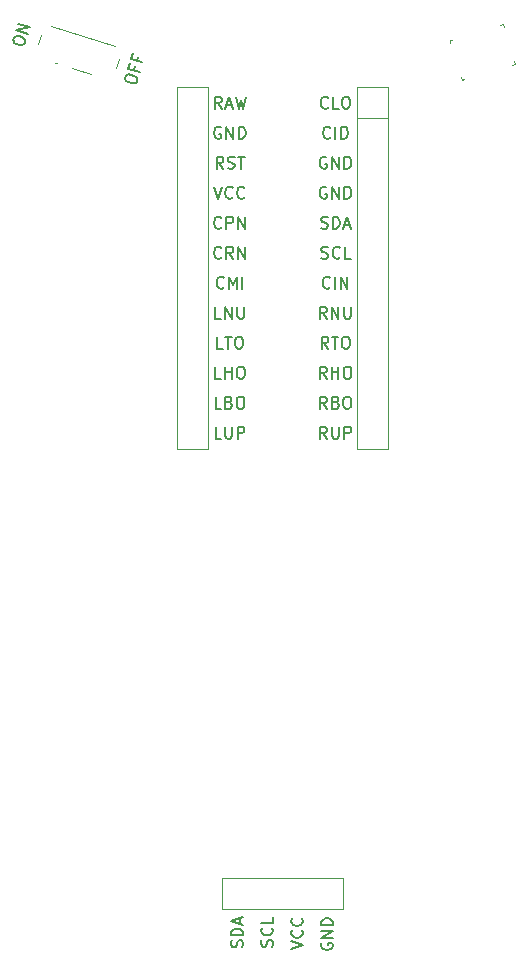
<source format=gbr>
%TF.GenerationSoftware,KiCad,Pcbnew,9.0.2-9.0.2-0~ubuntu24.04.1*%
%TF.CreationDate,2025-06-01T16:16:25+02:00*%
%TF.ProjectId,gandalf,67616e64-616c-4662-9e6b-696361645f70,v1.0.0*%
%TF.SameCoordinates,Original*%
%TF.FileFunction,Legend,Top*%
%TF.FilePolarity,Positive*%
%FSLAX46Y46*%
G04 Gerber Fmt 4.6, Leading zero omitted, Abs format (unit mm)*
G04 Created by KiCad (PCBNEW 9.0.2-9.0.2-0~ubuntu24.04.1) date 2025-06-01 16:16:25*
%MOMM*%
%LPD*%
G01*
G04 APERTURE LIST*
%ADD10C,0.150000*%
%ADD11C,0.120000*%
%ADD12C,0.100000*%
G04 APERTURE END LIST*
D10*
X197077791Y-82320814D02*
X196744458Y-81844623D01*
X196506363Y-82320814D02*
X196506363Y-81320814D01*
X196506363Y-81320814D02*
X196887315Y-81320814D01*
X196887315Y-81320814D02*
X196982553Y-81368433D01*
X196982553Y-81368433D02*
X197030172Y-81416052D01*
X197030172Y-81416052D02*
X197077791Y-81511290D01*
X197077791Y-81511290D02*
X197077791Y-81654147D01*
X197077791Y-81654147D02*
X197030172Y-81749385D01*
X197030172Y-81749385D02*
X196982553Y-81797004D01*
X196982553Y-81797004D02*
X196887315Y-81844623D01*
X196887315Y-81844623D02*
X196506363Y-81844623D01*
X197506363Y-81320814D02*
X197506363Y-82130337D01*
X197506363Y-82130337D02*
X197553982Y-82225575D01*
X197553982Y-82225575D02*
X197601601Y-82273195D01*
X197601601Y-82273195D02*
X197696839Y-82320814D01*
X197696839Y-82320814D02*
X197887315Y-82320814D01*
X197887315Y-82320814D02*
X197982553Y-82273195D01*
X197982553Y-82273195D02*
X198030172Y-82225575D01*
X198030172Y-82225575D02*
X198077791Y-82130337D01*
X198077791Y-82130337D02*
X198077791Y-81320814D01*
X198553982Y-82320814D02*
X198553982Y-81320814D01*
X198553982Y-81320814D02*
X198934934Y-81320814D01*
X198934934Y-81320814D02*
X199030172Y-81368433D01*
X199030172Y-81368433D02*
X199077791Y-81416052D01*
X199077791Y-81416052D02*
X199125410Y-81511290D01*
X199125410Y-81511290D02*
X199125410Y-81654147D01*
X199125410Y-81654147D02*
X199077791Y-81749385D01*
X199077791Y-81749385D02*
X199030172Y-81797004D01*
X199030172Y-81797004D02*
X198934934Y-81844623D01*
X198934934Y-81844623D02*
X198553982Y-81844623D01*
X188137791Y-82320814D02*
X187661601Y-82320814D01*
X187661601Y-82320814D02*
X187661601Y-81320814D01*
X188471125Y-81320814D02*
X188471125Y-82130337D01*
X188471125Y-82130337D02*
X188518744Y-82225575D01*
X188518744Y-82225575D02*
X188566363Y-82273195D01*
X188566363Y-82273195D02*
X188661601Y-82320814D01*
X188661601Y-82320814D02*
X188852077Y-82320814D01*
X188852077Y-82320814D02*
X188947315Y-82273195D01*
X188947315Y-82273195D02*
X188994934Y-82225575D01*
X188994934Y-82225575D02*
X189042553Y-82130337D01*
X189042553Y-82130337D02*
X189042553Y-81320814D01*
X189518744Y-82320814D02*
X189518744Y-81320814D01*
X189518744Y-81320814D02*
X189899696Y-81320814D01*
X189899696Y-81320814D02*
X189994934Y-81368433D01*
X189994934Y-81368433D02*
X190042553Y-81416052D01*
X190042553Y-81416052D02*
X190090172Y-81511290D01*
X190090172Y-81511290D02*
X190090172Y-81654147D01*
X190090172Y-81654147D02*
X190042553Y-81749385D01*
X190042553Y-81749385D02*
X189994934Y-81797004D01*
X189994934Y-81797004D02*
X189899696Y-81844623D01*
X189899696Y-81844623D02*
X189518744Y-81844623D01*
X197077791Y-79780814D02*
X196744458Y-79304623D01*
X196506363Y-79780814D02*
X196506363Y-78780814D01*
X196506363Y-78780814D02*
X196887315Y-78780814D01*
X196887315Y-78780814D02*
X196982553Y-78828433D01*
X196982553Y-78828433D02*
X197030172Y-78876052D01*
X197030172Y-78876052D02*
X197077791Y-78971290D01*
X197077791Y-78971290D02*
X197077791Y-79114147D01*
X197077791Y-79114147D02*
X197030172Y-79209385D01*
X197030172Y-79209385D02*
X196982553Y-79257004D01*
X196982553Y-79257004D02*
X196887315Y-79304623D01*
X196887315Y-79304623D02*
X196506363Y-79304623D01*
X197839696Y-79257004D02*
X197982553Y-79304623D01*
X197982553Y-79304623D02*
X198030172Y-79352242D01*
X198030172Y-79352242D02*
X198077791Y-79447480D01*
X198077791Y-79447480D02*
X198077791Y-79590337D01*
X198077791Y-79590337D02*
X198030172Y-79685575D01*
X198030172Y-79685575D02*
X197982553Y-79733195D01*
X197982553Y-79733195D02*
X197887315Y-79780814D01*
X197887315Y-79780814D02*
X197506363Y-79780814D01*
X197506363Y-79780814D02*
X197506363Y-78780814D01*
X197506363Y-78780814D02*
X197839696Y-78780814D01*
X197839696Y-78780814D02*
X197934934Y-78828433D01*
X197934934Y-78828433D02*
X197982553Y-78876052D01*
X197982553Y-78876052D02*
X198030172Y-78971290D01*
X198030172Y-78971290D02*
X198030172Y-79066528D01*
X198030172Y-79066528D02*
X197982553Y-79161766D01*
X197982553Y-79161766D02*
X197934934Y-79209385D01*
X197934934Y-79209385D02*
X197839696Y-79257004D01*
X197839696Y-79257004D02*
X197506363Y-79257004D01*
X198696839Y-78780814D02*
X198887315Y-78780814D01*
X198887315Y-78780814D02*
X198982553Y-78828433D01*
X198982553Y-78828433D02*
X199077791Y-78923671D01*
X199077791Y-78923671D02*
X199125410Y-79114147D01*
X199125410Y-79114147D02*
X199125410Y-79447480D01*
X199125410Y-79447480D02*
X199077791Y-79637956D01*
X199077791Y-79637956D02*
X198982553Y-79733195D01*
X198982553Y-79733195D02*
X198887315Y-79780814D01*
X198887315Y-79780814D02*
X198696839Y-79780814D01*
X198696839Y-79780814D02*
X198601601Y-79733195D01*
X198601601Y-79733195D02*
X198506363Y-79637956D01*
X198506363Y-79637956D02*
X198458744Y-79447480D01*
X198458744Y-79447480D02*
X198458744Y-79114147D01*
X198458744Y-79114147D02*
X198506363Y-78923671D01*
X198506363Y-78923671D02*
X198601601Y-78828433D01*
X198601601Y-78828433D02*
X198696839Y-78780814D01*
X188137791Y-79780814D02*
X187661601Y-79780814D01*
X187661601Y-79780814D02*
X187661601Y-78780814D01*
X188804458Y-79257004D02*
X188947315Y-79304623D01*
X188947315Y-79304623D02*
X188994934Y-79352242D01*
X188994934Y-79352242D02*
X189042553Y-79447480D01*
X189042553Y-79447480D02*
X189042553Y-79590337D01*
X189042553Y-79590337D02*
X188994934Y-79685575D01*
X188994934Y-79685575D02*
X188947315Y-79733195D01*
X188947315Y-79733195D02*
X188852077Y-79780814D01*
X188852077Y-79780814D02*
X188471125Y-79780814D01*
X188471125Y-79780814D02*
X188471125Y-78780814D01*
X188471125Y-78780814D02*
X188804458Y-78780814D01*
X188804458Y-78780814D02*
X188899696Y-78828433D01*
X188899696Y-78828433D02*
X188947315Y-78876052D01*
X188947315Y-78876052D02*
X188994934Y-78971290D01*
X188994934Y-78971290D02*
X188994934Y-79066528D01*
X188994934Y-79066528D02*
X188947315Y-79161766D01*
X188947315Y-79161766D02*
X188899696Y-79209385D01*
X188899696Y-79209385D02*
X188804458Y-79257004D01*
X188804458Y-79257004D02*
X188471125Y-79257004D01*
X189661601Y-78780814D02*
X189852077Y-78780814D01*
X189852077Y-78780814D02*
X189947315Y-78828433D01*
X189947315Y-78828433D02*
X190042553Y-78923671D01*
X190042553Y-78923671D02*
X190090172Y-79114147D01*
X190090172Y-79114147D02*
X190090172Y-79447480D01*
X190090172Y-79447480D02*
X190042553Y-79637956D01*
X190042553Y-79637956D02*
X189947315Y-79733195D01*
X189947315Y-79733195D02*
X189852077Y-79780814D01*
X189852077Y-79780814D02*
X189661601Y-79780814D01*
X189661601Y-79780814D02*
X189566363Y-79733195D01*
X189566363Y-79733195D02*
X189471125Y-79637956D01*
X189471125Y-79637956D02*
X189423506Y-79447480D01*
X189423506Y-79447480D02*
X189423506Y-79114147D01*
X189423506Y-79114147D02*
X189471125Y-78923671D01*
X189471125Y-78923671D02*
X189566363Y-78828433D01*
X189566363Y-78828433D02*
X189661601Y-78780814D01*
X197053981Y-77240814D02*
X196720648Y-76764623D01*
X196482553Y-77240814D02*
X196482553Y-76240814D01*
X196482553Y-76240814D02*
X196863505Y-76240814D01*
X196863505Y-76240814D02*
X196958743Y-76288433D01*
X196958743Y-76288433D02*
X197006362Y-76336052D01*
X197006362Y-76336052D02*
X197053981Y-76431290D01*
X197053981Y-76431290D02*
X197053981Y-76574147D01*
X197053981Y-76574147D02*
X197006362Y-76669385D01*
X197006362Y-76669385D02*
X196958743Y-76717004D01*
X196958743Y-76717004D02*
X196863505Y-76764623D01*
X196863505Y-76764623D02*
X196482553Y-76764623D01*
X197482553Y-77240814D02*
X197482553Y-76240814D01*
X197482553Y-76717004D02*
X198053981Y-76717004D01*
X198053981Y-77240814D02*
X198053981Y-76240814D01*
X198720648Y-76240814D02*
X198911124Y-76240814D01*
X198911124Y-76240814D02*
X199006362Y-76288433D01*
X199006362Y-76288433D02*
X199101600Y-76383671D01*
X199101600Y-76383671D02*
X199149219Y-76574147D01*
X199149219Y-76574147D02*
X199149219Y-76907480D01*
X199149219Y-76907480D02*
X199101600Y-77097956D01*
X199101600Y-77097956D02*
X199006362Y-77193195D01*
X199006362Y-77193195D02*
X198911124Y-77240814D01*
X198911124Y-77240814D02*
X198720648Y-77240814D01*
X198720648Y-77240814D02*
X198625410Y-77193195D01*
X198625410Y-77193195D02*
X198530172Y-77097956D01*
X198530172Y-77097956D02*
X198482553Y-76907480D01*
X198482553Y-76907480D02*
X198482553Y-76574147D01*
X198482553Y-76574147D02*
X198530172Y-76383671D01*
X198530172Y-76383671D02*
X198625410Y-76288433D01*
X198625410Y-76288433D02*
X198720648Y-76240814D01*
X188113981Y-77240814D02*
X187637791Y-77240814D01*
X187637791Y-77240814D02*
X187637791Y-76240814D01*
X188447315Y-77240814D02*
X188447315Y-76240814D01*
X188447315Y-76717004D02*
X189018743Y-76717004D01*
X189018743Y-77240814D02*
X189018743Y-76240814D01*
X189685410Y-76240814D02*
X189875886Y-76240814D01*
X189875886Y-76240814D02*
X189971124Y-76288433D01*
X189971124Y-76288433D02*
X190066362Y-76383671D01*
X190066362Y-76383671D02*
X190113981Y-76574147D01*
X190113981Y-76574147D02*
X190113981Y-76907480D01*
X190113981Y-76907480D02*
X190066362Y-77097956D01*
X190066362Y-77097956D02*
X189971124Y-77193195D01*
X189971124Y-77193195D02*
X189875886Y-77240814D01*
X189875886Y-77240814D02*
X189685410Y-77240814D01*
X189685410Y-77240814D02*
X189590172Y-77193195D01*
X189590172Y-77193195D02*
X189494934Y-77097956D01*
X189494934Y-77097956D02*
X189447315Y-76907480D01*
X189447315Y-76907480D02*
X189447315Y-76574147D01*
X189447315Y-76574147D02*
X189494934Y-76383671D01*
X189494934Y-76383671D02*
X189590172Y-76288433D01*
X189590172Y-76288433D02*
X189685410Y-76240814D01*
X197196838Y-74700815D02*
X196863505Y-74224624D01*
X196625410Y-74700815D02*
X196625410Y-73700815D01*
X196625410Y-73700815D02*
X197006362Y-73700815D01*
X197006362Y-73700815D02*
X197101600Y-73748434D01*
X197101600Y-73748434D02*
X197149219Y-73796053D01*
X197149219Y-73796053D02*
X197196838Y-73891291D01*
X197196838Y-73891291D02*
X197196838Y-74034148D01*
X197196838Y-74034148D02*
X197149219Y-74129386D01*
X197149219Y-74129386D02*
X197101600Y-74177005D01*
X197101600Y-74177005D02*
X197006362Y-74224624D01*
X197006362Y-74224624D02*
X196625410Y-74224624D01*
X197482553Y-73700815D02*
X198053981Y-73700815D01*
X197768267Y-74700815D02*
X197768267Y-73700815D01*
X198577791Y-73700815D02*
X198768267Y-73700815D01*
X198768267Y-73700815D02*
X198863505Y-73748434D01*
X198863505Y-73748434D02*
X198958743Y-73843672D01*
X198958743Y-73843672D02*
X199006362Y-74034148D01*
X199006362Y-74034148D02*
X199006362Y-74367481D01*
X199006362Y-74367481D02*
X198958743Y-74557957D01*
X198958743Y-74557957D02*
X198863505Y-74653196D01*
X198863505Y-74653196D02*
X198768267Y-74700815D01*
X198768267Y-74700815D02*
X198577791Y-74700815D01*
X198577791Y-74700815D02*
X198482553Y-74653196D01*
X198482553Y-74653196D02*
X198387315Y-74557957D01*
X198387315Y-74557957D02*
X198339696Y-74367481D01*
X198339696Y-74367481D02*
X198339696Y-74034148D01*
X198339696Y-74034148D02*
X198387315Y-73843672D01*
X198387315Y-73843672D02*
X198482553Y-73748434D01*
X198482553Y-73748434D02*
X198577791Y-73700815D01*
X188256837Y-74700814D02*
X187780647Y-74700814D01*
X187780647Y-74700814D02*
X187780647Y-73700814D01*
X188447314Y-73700814D02*
X189018742Y-73700814D01*
X188733028Y-74700814D02*
X188733028Y-73700814D01*
X189542552Y-73700814D02*
X189733028Y-73700814D01*
X189733028Y-73700814D02*
X189828266Y-73748433D01*
X189828266Y-73748433D02*
X189923504Y-73843671D01*
X189923504Y-73843671D02*
X189971123Y-74034147D01*
X189971123Y-74034147D02*
X189971123Y-74367480D01*
X189971123Y-74367480D02*
X189923504Y-74557956D01*
X189923504Y-74557956D02*
X189828266Y-74653195D01*
X189828266Y-74653195D02*
X189733028Y-74700814D01*
X189733028Y-74700814D02*
X189542552Y-74700814D01*
X189542552Y-74700814D02*
X189447314Y-74653195D01*
X189447314Y-74653195D02*
X189352076Y-74557956D01*
X189352076Y-74557956D02*
X189304457Y-74367480D01*
X189304457Y-74367480D02*
X189304457Y-74034147D01*
X189304457Y-74034147D02*
X189352076Y-73843671D01*
X189352076Y-73843671D02*
X189447314Y-73748433D01*
X189447314Y-73748433D02*
X189542552Y-73700814D01*
X197053981Y-72160814D02*
X196720648Y-71684623D01*
X196482553Y-72160814D02*
X196482553Y-71160814D01*
X196482553Y-71160814D02*
X196863505Y-71160814D01*
X196863505Y-71160814D02*
X196958743Y-71208433D01*
X196958743Y-71208433D02*
X197006362Y-71256052D01*
X197006362Y-71256052D02*
X197053981Y-71351290D01*
X197053981Y-71351290D02*
X197053981Y-71494147D01*
X197053981Y-71494147D02*
X197006362Y-71589385D01*
X197006362Y-71589385D02*
X196958743Y-71637004D01*
X196958743Y-71637004D02*
X196863505Y-71684623D01*
X196863505Y-71684623D02*
X196482553Y-71684623D01*
X197482553Y-72160814D02*
X197482553Y-71160814D01*
X197482553Y-71160814D02*
X198053981Y-72160814D01*
X198053981Y-72160814D02*
X198053981Y-71160814D01*
X198530172Y-71160814D02*
X198530172Y-71970337D01*
X198530172Y-71970337D02*
X198577791Y-72065575D01*
X198577791Y-72065575D02*
X198625410Y-72113195D01*
X198625410Y-72113195D02*
X198720648Y-72160814D01*
X198720648Y-72160814D02*
X198911124Y-72160814D01*
X198911124Y-72160814D02*
X199006362Y-72113195D01*
X199006362Y-72113195D02*
X199053981Y-72065575D01*
X199053981Y-72065575D02*
X199101600Y-71970337D01*
X199101600Y-71970337D02*
X199101600Y-71160814D01*
X188113982Y-72160814D02*
X187637792Y-72160814D01*
X187637792Y-72160814D02*
X187637792Y-71160814D01*
X188447316Y-72160814D02*
X188447316Y-71160814D01*
X188447316Y-71160814D02*
X189018744Y-72160814D01*
X189018744Y-72160814D02*
X189018744Y-71160814D01*
X189494935Y-71160814D02*
X189494935Y-71970337D01*
X189494935Y-71970337D02*
X189542554Y-72065575D01*
X189542554Y-72065575D02*
X189590173Y-72113195D01*
X189590173Y-72113195D02*
X189685411Y-72160814D01*
X189685411Y-72160814D02*
X189875887Y-72160814D01*
X189875887Y-72160814D02*
X189971125Y-72113195D01*
X189971125Y-72113195D02*
X190018744Y-72065575D01*
X190018744Y-72065575D02*
X190066363Y-71970337D01*
X190066363Y-71970337D02*
X190066363Y-71160814D01*
X197339696Y-69525575D02*
X197292077Y-69573195D01*
X197292077Y-69573195D02*
X197149220Y-69620814D01*
X197149220Y-69620814D02*
X197053982Y-69620814D01*
X197053982Y-69620814D02*
X196911125Y-69573195D01*
X196911125Y-69573195D02*
X196815887Y-69477956D01*
X196815887Y-69477956D02*
X196768268Y-69382718D01*
X196768268Y-69382718D02*
X196720649Y-69192242D01*
X196720649Y-69192242D02*
X196720649Y-69049385D01*
X196720649Y-69049385D02*
X196768268Y-68858909D01*
X196768268Y-68858909D02*
X196815887Y-68763671D01*
X196815887Y-68763671D02*
X196911125Y-68668433D01*
X196911125Y-68668433D02*
X197053982Y-68620814D01*
X197053982Y-68620814D02*
X197149220Y-68620814D01*
X197149220Y-68620814D02*
X197292077Y-68668433D01*
X197292077Y-68668433D02*
X197339696Y-68716052D01*
X197768268Y-69620814D02*
X197768268Y-68620814D01*
X198244458Y-69620814D02*
X198244458Y-68620814D01*
X198244458Y-68620814D02*
X198815886Y-69620814D01*
X198815886Y-69620814D02*
X198815886Y-68620814D01*
X188352077Y-69525575D02*
X188304458Y-69573195D01*
X188304458Y-69573195D02*
X188161601Y-69620814D01*
X188161601Y-69620814D02*
X188066363Y-69620814D01*
X188066363Y-69620814D02*
X187923506Y-69573195D01*
X187923506Y-69573195D02*
X187828268Y-69477956D01*
X187828268Y-69477956D02*
X187780649Y-69382718D01*
X187780649Y-69382718D02*
X187733030Y-69192242D01*
X187733030Y-69192242D02*
X187733030Y-69049385D01*
X187733030Y-69049385D02*
X187780649Y-68858909D01*
X187780649Y-68858909D02*
X187828268Y-68763671D01*
X187828268Y-68763671D02*
X187923506Y-68668433D01*
X187923506Y-68668433D02*
X188066363Y-68620814D01*
X188066363Y-68620814D02*
X188161601Y-68620814D01*
X188161601Y-68620814D02*
X188304458Y-68668433D01*
X188304458Y-68668433D02*
X188352077Y-68716052D01*
X188780649Y-69620814D02*
X188780649Y-68620814D01*
X188780649Y-68620814D02*
X189113982Y-69335099D01*
X189113982Y-69335099D02*
X189447315Y-68620814D01*
X189447315Y-68620814D02*
X189447315Y-69620814D01*
X189923506Y-69620814D02*
X189923506Y-68620814D01*
X196601601Y-67033195D02*
X196744458Y-67080814D01*
X196744458Y-67080814D02*
X196982553Y-67080814D01*
X196982553Y-67080814D02*
X197077791Y-67033195D01*
X197077791Y-67033195D02*
X197125410Y-66985575D01*
X197125410Y-66985575D02*
X197173029Y-66890337D01*
X197173029Y-66890337D02*
X197173029Y-66795099D01*
X197173029Y-66795099D02*
X197125410Y-66699861D01*
X197125410Y-66699861D02*
X197077791Y-66652242D01*
X197077791Y-66652242D02*
X196982553Y-66604623D01*
X196982553Y-66604623D02*
X196792077Y-66557004D01*
X196792077Y-66557004D02*
X196696839Y-66509385D01*
X196696839Y-66509385D02*
X196649220Y-66461766D01*
X196649220Y-66461766D02*
X196601601Y-66366528D01*
X196601601Y-66366528D02*
X196601601Y-66271290D01*
X196601601Y-66271290D02*
X196649220Y-66176052D01*
X196649220Y-66176052D02*
X196696839Y-66128433D01*
X196696839Y-66128433D02*
X196792077Y-66080814D01*
X196792077Y-66080814D02*
X197030172Y-66080814D01*
X197030172Y-66080814D02*
X197173029Y-66128433D01*
X198173029Y-66985575D02*
X198125410Y-67033195D01*
X198125410Y-67033195D02*
X197982553Y-67080814D01*
X197982553Y-67080814D02*
X197887315Y-67080814D01*
X197887315Y-67080814D02*
X197744458Y-67033195D01*
X197744458Y-67033195D02*
X197649220Y-66937956D01*
X197649220Y-66937956D02*
X197601601Y-66842718D01*
X197601601Y-66842718D02*
X197553982Y-66652242D01*
X197553982Y-66652242D02*
X197553982Y-66509385D01*
X197553982Y-66509385D02*
X197601601Y-66318909D01*
X197601601Y-66318909D02*
X197649220Y-66223671D01*
X197649220Y-66223671D02*
X197744458Y-66128433D01*
X197744458Y-66128433D02*
X197887315Y-66080814D01*
X197887315Y-66080814D02*
X197982553Y-66080814D01*
X197982553Y-66080814D02*
X198125410Y-66128433D01*
X198125410Y-66128433D02*
X198173029Y-66176052D01*
X199077791Y-67080814D02*
X198601601Y-67080814D01*
X198601601Y-67080814D02*
X198601601Y-66080814D01*
X188137791Y-66985575D02*
X188090172Y-67033195D01*
X188090172Y-67033195D02*
X187947315Y-67080814D01*
X187947315Y-67080814D02*
X187852077Y-67080814D01*
X187852077Y-67080814D02*
X187709220Y-67033195D01*
X187709220Y-67033195D02*
X187613982Y-66937956D01*
X187613982Y-66937956D02*
X187566363Y-66842718D01*
X187566363Y-66842718D02*
X187518744Y-66652242D01*
X187518744Y-66652242D02*
X187518744Y-66509385D01*
X187518744Y-66509385D02*
X187566363Y-66318909D01*
X187566363Y-66318909D02*
X187613982Y-66223671D01*
X187613982Y-66223671D02*
X187709220Y-66128433D01*
X187709220Y-66128433D02*
X187852077Y-66080814D01*
X187852077Y-66080814D02*
X187947315Y-66080814D01*
X187947315Y-66080814D02*
X188090172Y-66128433D01*
X188090172Y-66128433D02*
X188137791Y-66176052D01*
X189137791Y-67080814D02*
X188804458Y-66604623D01*
X188566363Y-67080814D02*
X188566363Y-66080814D01*
X188566363Y-66080814D02*
X188947315Y-66080814D01*
X188947315Y-66080814D02*
X189042553Y-66128433D01*
X189042553Y-66128433D02*
X189090172Y-66176052D01*
X189090172Y-66176052D02*
X189137791Y-66271290D01*
X189137791Y-66271290D02*
X189137791Y-66414147D01*
X189137791Y-66414147D02*
X189090172Y-66509385D01*
X189090172Y-66509385D02*
X189042553Y-66557004D01*
X189042553Y-66557004D02*
X188947315Y-66604623D01*
X188947315Y-66604623D02*
X188566363Y-66604623D01*
X189566363Y-67080814D02*
X189566363Y-66080814D01*
X189566363Y-66080814D02*
X190137791Y-67080814D01*
X190137791Y-67080814D02*
X190137791Y-66080814D01*
X196577791Y-64493195D02*
X196720648Y-64540814D01*
X196720648Y-64540814D02*
X196958743Y-64540814D01*
X196958743Y-64540814D02*
X197053981Y-64493195D01*
X197053981Y-64493195D02*
X197101600Y-64445575D01*
X197101600Y-64445575D02*
X197149219Y-64350337D01*
X197149219Y-64350337D02*
X197149219Y-64255099D01*
X197149219Y-64255099D02*
X197101600Y-64159861D01*
X197101600Y-64159861D02*
X197053981Y-64112242D01*
X197053981Y-64112242D02*
X196958743Y-64064623D01*
X196958743Y-64064623D02*
X196768267Y-64017004D01*
X196768267Y-64017004D02*
X196673029Y-63969385D01*
X196673029Y-63969385D02*
X196625410Y-63921766D01*
X196625410Y-63921766D02*
X196577791Y-63826528D01*
X196577791Y-63826528D02*
X196577791Y-63731290D01*
X196577791Y-63731290D02*
X196625410Y-63636052D01*
X196625410Y-63636052D02*
X196673029Y-63588433D01*
X196673029Y-63588433D02*
X196768267Y-63540814D01*
X196768267Y-63540814D02*
X197006362Y-63540814D01*
X197006362Y-63540814D02*
X197149219Y-63588433D01*
X197577791Y-64540814D02*
X197577791Y-63540814D01*
X197577791Y-63540814D02*
X197815886Y-63540814D01*
X197815886Y-63540814D02*
X197958743Y-63588433D01*
X197958743Y-63588433D02*
X198053981Y-63683671D01*
X198053981Y-63683671D02*
X198101600Y-63778909D01*
X198101600Y-63778909D02*
X198149219Y-63969385D01*
X198149219Y-63969385D02*
X198149219Y-64112242D01*
X198149219Y-64112242D02*
X198101600Y-64302718D01*
X198101600Y-64302718D02*
X198053981Y-64397956D01*
X198053981Y-64397956D02*
X197958743Y-64493195D01*
X197958743Y-64493195D02*
X197815886Y-64540814D01*
X197815886Y-64540814D02*
X197577791Y-64540814D01*
X198530172Y-64255099D02*
X199006362Y-64255099D01*
X198434934Y-64540814D02*
X198768267Y-63540814D01*
X198768267Y-63540814D02*
X199101600Y-64540814D01*
X188137791Y-64445575D02*
X188090172Y-64493195D01*
X188090172Y-64493195D02*
X187947315Y-64540814D01*
X187947315Y-64540814D02*
X187852077Y-64540814D01*
X187852077Y-64540814D02*
X187709220Y-64493195D01*
X187709220Y-64493195D02*
X187613982Y-64397956D01*
X187613982Y-64397956D02*
X187566363Y-64302718D01*
X187566363Y-64302718D02*
X187518744Y-64112242D01*
X187518744Y-64112242D02*
X187518744Y-63969385D01*
X187518744Y-63969385D02*
X187566363Y-63778909D01*
X187566363Y-63778909D02*
X187613982Y-63683671D01*
X187613982Y-63683671D02*
X187709220Y-63588433D01*
X187709220Y-63588433D02*
X187852077Y-63540814D01*
X187852077Y-63540814D02*
X187947315Y-63540814D01*
X187947315Y-63540814D02*
X188090172Y-63588433D01*
X188090172Y-63588433D02*
X188137791Y-63636052D01*
X188566363Y-64540814D02*
X188566363Y-63540814D01*
X188566363Y-63540814D02*
X188947315Y-63540814D01*
X188947315Y-63540814D02*
X189042553Y-63588433D01*
X189042553Y-63588433D02*
X189090172Y-63636052D01*
X189090172Y-63636052D02*
X189137791Y-63731290D01*
X189137791Y-63731290D02*
X189137791Y-63874147D01*
X189137791Y-63874147D02*
X189090172Y-63969385D01*
X189090172Y-63969385D02*
X189042553Y-64017004D01*
X189042553Y-64017004D02*
X188947315Y-64064623D01*
X188947315Y-64064623D02*
X188566363Y-64064623D01*
X189566363Y-64540814D02*
X189566363Y-63540814D01*
X189566363Y-63540814D02*
X190137791Y-64540814D01*
X190137791Y-64540814D02*
X190137791Y-63540814D01*
X197030171Y-61048433D02*
X196934933Y-61000814D01*
X196934933Y-61000814D02*
X196792076Y-61000814D01*
X196792076Y-61000814D02*
X196649219Y-61048433D01*
X196649219Y-61048433D02*
X196553981Y-61143671D01*
X196553981Y-61143671D02*
X196506362Y-61238909D01*
X196506362Y-61238909D02*
X196458743Y-61429385D01*
X196458743Y-61429385D02*
X196458743Y-61572242D01*
X196458743Y-61572242D02*
X196506362Y-61762718D01*
X196506362Y-61762718D02*
X196553981Y-61857956D01*
X196553981Y-61857956D02*
X196649219Y-61953195D01*
X196649219Y-61953195D02*
X196792076Y-62000814D01*
X196792076Y-62000814D02*
X196887314Y-62000814D01*
X196887314Y-62000814D02*
X197030171Y-61953195D01*
X197030171Y-61953195D02*
X197077790Y-61905575D01*
X197077790Y-61905575D02*
X197077790Y-61572242D01*
X197077790Y-61572242D02*
X196887314Y-61572242D01*
X197506362Y-62000814D02*
X197506362Y-61000814D01*
X197506362Y-61000814D02*
X198077790Y-62000814D01*
X198077790Y-62000814D02*
X198077790Y-61000814D01*
X198553981Y-62000814D02*
X198553981Y-61000814D01*
X198553981Y-61000814D02*
X198792076Y-61000814D01*
X198792076Y-61000814D02*
X198934933Y-61048433D01*
X198934933Y-61048433D02*
X199030171Y-61143671D01*
X199030171Y-61143671D02*
X199077790Y-61238909D01*
X199077790Y-61238909D02*
X199125409Y-61429385D01*
X199125409Y-61429385D02*
X199125409Y-61572242D01*
X199125409Y-61572242D02*
X199077790Y-61762718D01*
X199077790Y-61762718D02*
X199030171Y-61857956D01*
X199030171Y-61857956D02*
X198934933Y-61953195D01*
X198934933Y-61953195D02*
X198792076Y-62000814D01*
X198792076Y-62000814D02*
X198553981Y-62000814D01*
X187518744Y-61000814D02*
X187852077Y-62000814D01*
X187852077Y-62000814D02*
X188185410Y-61000814D01*
X189090172Y-61905575D02*
X189042553Y-61953195D01*
X189042553Y-61953195D02*
X188899696Y-62000814D01*
X188899696Y-62000814D02*
X188804458Y-62000814D01*
X188804458Y-62000814D02*
X188661601Y-61953195D01*
X188661601Y-61953195D02*
X188566363Y-61857956D01*
X188566363Y-61857956D02*
X188518744Y-61762718D01*
X188518744Y-61762718D02*
X188471125Y-61572242D01*
X188471125Y-61572242D02*
X188471125Y-61429385D01*
X188471125Y-61429385D02*
X188518744Y-61238909D01*
X188518744Y-61238909D02*
X188566363Y-61143671D01*
X188566363Y-61143671D02*
X188661601Y-61048433D01*
X188661601Y-61048433D02*
X188804458Y-61000814D01*
X188804458Y-61000814D02*
X188899696Y-61000814D01*
X188899696Y-61000814D02*
X189042553Y-61048433D01*
X189042553Y-61048433D02*
X189090172Y-61096052D01*
X190090172Y-61905575D02*
X190042553Y-61953195D01*
X190042553Y-61953195D02*
X189899696Y-62000814D01*
X189899696Y-62000814D02*
X189804458Y-62000814D01*
X189804458Y-62000814D02*
X189661601Y-61953195D01*
X189661601Y-61953195D02*
X189566363Y-61857956D01*
X189566363Y-61857956D02*
X189518744Y-61762718D01*
X189518744Y-61762718D02*
X189471125Y-61572242D01*
X189471125Y-61572242D02*
X189471125Y-61429385D01*
X189471125Y-61429385D02*
X189518744Y-61238909D01*
X189518744Y-61238909D02*
X189566363Y-61143671D01*
X189566363Y-61143671D02*
X189661601Y-61048433D01*
X189661601Y-61048433D02*
X189804458Y-61000814D01*
X189804458Y-61000814D02*
X189899696Y-61000814D01*
X189899696Y-61000814D02*
X190042553Y-61048433D01*
X190042553Y-61048433D02*
X190090172Y-61096052D01*
X197030173Y-58508433D02*
X196934935Y-58460814D01*
X196934935Y-58460814D02*
X196792078Y-58460814D01*
X196792078Y-58460814D02*
X196649221Y-58508433D01*
X196649221Y-58508433D02*
X196553983Y-58603671D01*
X196553983Y-58603671D02*
X196506364Y-58698909D01*
X196506364Y-58698909D02*
X196458745Y-58889385D01*
X196458745Y-58889385D02*
X196458745Y-59032242D01*
X196458745Y-59032242D02*
X196506364Y-59222718D01*
X196506364Y-59222718D02*
X196553983Y-59317956D01*
X196553983Y-59317956D02*
X196649221Y-59413195D01*
X196649221Y-59413195D02*
X196792078Y-59460814D01*
X196792078Y-59460814D02*
X196887316Y-59460814D01*
X196887316Y-59460814D02*
X197030173Y-59413195D01*
X197030173Y-59413195D02*
X197077792Y-59365575D01*
X197077792Y-59365575D02*
X197077792Y-59032242D01*
X197077792Y-59032242D02*
X196887316Y-59032242D01*
X197506364Y-59460814D02*
X197506364Y-58460814D01*
X197506364Y-58460814D02*
X198077792Y-59460814D01*
X198077792Y-59460814D02*
X198077792Y-58460814D01*
X198553983Y-59460814D02*
X198553983Y-58460814D01*
X198553983Y-58460814D02*
X198792078Y-58460814D01*
X198792078Y-58460814D02*
X198934935Y-58508433D01*
X198934935Y-58508433D02*
X199030173Y-58603671D01*
X199030173Y-58603671D02*
X199077792Y-58698909D01*
X199077792Y-58698909D02*
X199125411Y-58889385D01*
X199125411Y-58889385D02*
X199125411Y-59032242D01*
X199125411Y-59032242D02*
X199077792Y-59222718D01*
X199077792Y-59222718D02*
X199030173Y-59317956D01*
X199030173Y-59317956D02*
X198934935Y-59413195D01*
X198934935Y-59413195D02*
X198792078Y-59460814D01*
X198792078Y-59460814D02*
X198553983Y-59460814D01*
X188304457Y-59460813D02*
X187971124Y-58984622D01*
X187733029Y-59460813D02*
X187733029Y-58460813D01*
X187733029Y-58460813D02*
X188113981Y-58460813D01*
X188113981Y-58460813D02*
X188209219Y-58508432D01*
X188209219Y-58508432D02*
X188256838Y-58556051D01*
X188256838Y-58556051D02*
X188304457Y-58651289D01*
X188304457Y-58651289D02*
X188304457Y-58794146D01*
X188304457Y-58794146D02*
X188256838Y-58889384D01*
X188256838Y-58889384D02*
X188209219Y-58937003D01*
X188209219Y-58937003D02*
X188113981Y-58984622D01*
X188113981Y-58984622D02*
X187733029Y-58984622D01*
X188685410Y-59413194D02*
X188828267Y-59460813D01*
X188828267Y-59460813D02*
X189066362Y-59460813D01*
X189066362Y-59460813D02*
X189161600Y-59413194D01*
X189161600Y-59413194D02*
X189209219Y-59365574D01*
X189209219Y-59365574D02*
X189256838Y-59270336D01*
X189256838Y-59270336D02*
X189256838Y-59175098D01*
X189256838Y-59175098D02*
X189209219Y-59079860D01*
X189209219Y-59079860D02*
X189161600Y-59032241D01*
X189161600Y-59032241D02*
X189066362Y-58984622D01*
X189066362Y-58984622D02*
X188875886Y-58937003D01*
X188875886Y-58937003D02*
X188780648Y-58889384D01*
X188780648Y-58889384D02*
X188733029Y-58841765D01*
X188733029Y-58841765D02*
X188685410Y-58746527D01*
X188685410Y-58746527D02*
X188685410Y-58651289D01*
X188685410Y-58651289D02*
X188733029Y-58556051D01*
X188733029Y-58556051D02*
X188780648Y-58508432D01*
X188780648Y-58508432D02*
X188875886Y-58460813D01*
X188875886Y-58460813D02*
X189113981Y-58460813D01*
X189113981Y-58460813D02*
X189256838Y-58508432D01*
X189542553Y-58460813D02*
X190113981Y-58460813D01*
X189828267Y-59460813D02*
X189828267Y-58460813D01*
X197363505Y-56825575D02*
X197315886Y-56873195D01*
X197315886Y-56873195D02*
X197173029Y-56920814D01*
X197173029Y-56920814D02*
X197077791Y-56920814D01*
X197077791Y-56920814D02*
X196934934Y-56873195D01*
X196934934Y-56873195D02*
X196839696Y-56777956D01*
X196839696Y-56777956D02*
X196792077Y-56682718D01*
X196792077Y-56682718D02*
X196744458Y-56492242D01*
X196744458Y-56492242D02*
X196744458Y-56349385D01*
X196744458Y-56349385D02*
X196792077Y-56158909D01*
X196792077Y-56158909D02*
X196839696Y-56063671D01*
X196839696Y-56063671D02*
X196934934Y-55968433D01*
X196934934Y-55968433D02*
X197077791Y-55920814D01*
X197077791Y-55920814D02*
X197173029Y-55920814D01*
X197173029Y-55920814D02*
X197315886Y-55968433D01*
X197315886Y-55968433D02*
X197363505Y-56016052D01*
X197792077Y-56920814D02*
X197792077Y-55920814D01*
X198268267Y-56920814D02*
X198268267Y-55920814D01*
X198268267Y-55920814D02*
X198506362Y-55920814D01*
X198506362Y-55920814D02*
X198649219Y-55968433D01*
X198649219Y-55968433D02*
X198744457Y-56063671D01*
X198744457Y-56063671D02*
X198792076Y-56158909D01*
X198792076Y-56158909D02*
X198839695Y-56349385D01*
X198839695Y-56349385D02*
X198839695Y-56492242D01*
X198839695Y-56492242D02*
X198792076Y-56682718D01*
X198792076Y-56682718D02*
X198744457Y-56777956D01*
X198744457Y-56777956D02*
X198649219Y-56873195D01*
X198649219Y-56873195D02*
X198506362Y-56920814D01*
X198506362Y-56920814D02*
X198268267Y-56920814D01*
X188090172Y-55968433D02*
X187994934Y-55920814D01*
X187994934Y-55920814D02*
X187852077Y-55920814D01*
X187852077Y-55920814D02*
X187709220Y-55968433D01*
X187709220Y-55968433D02*
X187613982Y-56063671D01*
X187613982Y-56063671D02*
X187566363Y-56158909D01*
X187566363Y-56158909D02*
X187518744Y-56349385D01*
X187518744Y-56349385D02*
X187518744Y-56492242D01*
X187518744Y-56492242D02*
X187566363Y-56682718D01*
X187566363Y-56682718D02*
X187613982Y-56777956D01*
X187613982Y-56777956D02*
X187709220Y-56873195D01*
X187709220Y-56873195D02*
X187852077Y-56920814D01*
X187852077Y-56920814D02*
X187947315Y-56920814D01*
X187947315Y-56920814D02*
X188090172Y-56873195D01*
X188090172Y-56873195D02*
X188137791Y-56825575D01*
X188137791Y-56825575D02*
X188137791Y-56492242D01*
X188137791Y-56492242D02*
X187947315Y-56492242D01*
X188566363Y-56920814D02*
X188566363Y-55920814D01*
X188566363Y-55920814D02*
X189137791Y-56920814D01*
X189137791Y-56920814D02*
X189137791Y-55920814D01*
X189613982Y-56920814D02*
X189613982Y-55920814D01*
X189613982Y-55920814D02*
X189852077Y-55920814D01*
X189852077Y-55920814D02*
X189994934Y-55968433D01*
X189994934Y-55968433D02*
X190090172Y-56063671D01*
X190090172Y-56063671D02*
X190137791Y-56158909D01*
X190137791Y-56158909D02*
X190185410Y-56349385D01*
X190185410Y-56349385D02*
X190185410Y-56492242D01*
X190185410Y-56492242D02*
X190137791Y-56682718D01*
X190137791Y-56682718D02*
X190090172Y-56777956D01*
X190090172Y-56777956D02*
X189994934Y-56873195D01*
X189994934Y-56873195D02*
X189852077Y-56920814D01*
X189852077Y-56920814D02*
X189613982Y-56920814D01*
X197173029Y-54285575D02*
X197125410Y-54333195D01*
X197125410Y-54333195D02*
X196982553Y-54380814D01*
X196982553Y-54380814D02*
X196887315Y-54380814D01*
X196887315Y-54380814D02*
X196744458Y-54333195D01*
X196744458Y-54333195D02*
X196649220Y-54237956D01*
X196649220Y-54237956D02*
X196601601Y-54142718D01*
X196601601Y-54142718D02*
X196553982Y-53952242D01*
X196553982Y-53952242D02*
X196553982Y-53809385D01*
X196553982Y-53809385D02*
X196601601Y-53618909D01*
X196601601Y-53618909D02*
X196649220Y-53523671D01*
X196649220Y-53523671D02*
X196744458Y-53428433D01*
X196744458Y-53428433D02*
X196887315Y-53380814D01*
X196887315Y-53380814D02*
X196982553Y-53380814D01*
X196982553Y-53380814D02*
X197125410Y-53428433D01*
X197125410Y-53428433D02*
X197173029Y-53476052D01*
X198077791Y-54380814D02*
X197601601Y-54380814D01*
X197601601Y-54380814D02*
X197601601Y-53380814D01*
X198601601Y-53380814D02*
X198792077Y-53380814D01*
X198792077Y-53380814D02*
X198887315Y-53428433D01*
X198887315Y-53428433D02*
X198982553Y-53523671D01*
X198982553Y-53523671D02*
X199030172Y-53714147D01*
X199030172Y-53714147D02*
X199030172Y-54047480D01*
X199030172Y-54047480D02*
X198982553Y-54237956D01*
X198982553Y-54237956D02*
X198887315Y-54333195D01*
X198887315Y-54333195D02*
X198792077Y-54380814D01*
X198792077Y-54380814D02*
X198601601Y-54380814D01*
X198601601Y-54380814D02*
X198506363Y-54333195D01*
X198506363Y-54333195D02*
X198411125Y-54237956D01*
X198411125Y-54237956D02*
X198363506Y-54047480D01*
X198363506Y-54047480D02*
X198363506Y-53714147D01*
X198363506Y-53714147D02*
X198411125Y-53523671D01*
X198411125Y-53523671D02*
X198506363Y-53428433D01*
X198506363Y-53428433D02*
X198601601Y-53380814D01*
X188161600Y-54380814D02*
X187828267Y-53904623D01*
X187590172Y-54380814D02*
X187590172Y-53380814D01*
X187590172Y-53380814D02*
X187971124Y-53380814D01*
X187971124Y-53380814D02*
X188066362Y-53428433D01*
X188066362Y-53428433D02*
X188113981Y-53476052D01*
X188113981Y-53476052D02*
X188161600Y-53571290D01*
X188161600Y-53571290D02*
X188161600Y-53714147D01*
X188161600Y-53714147D02*
X188113981Y-53809385D01*
X188113981Y-53809385D02*
X188066362Y-53857004D01*
X188066362Y-53857004D02*
X187971124Y-53904623D01*
X187971124Y-53904623D02*
X187590172Y-53904623D01*
X188542553Y-54095099D02*
X189018743Y-54095099D01*
X188447315Y-54380814D02*
X188780648Y-53380814D01*
X188780648Y-53380814D02*
X189113981Y-54380814D01*
X189352077Y-53380814D02*
X189590172Y-54380814D01*
X189590172Y-54380814D02*
X189780648Y-53666528D01*
X189780648Y-53666528D02*
X189971124Y-54380814D01*
X189971124Y-54380814D02*
X190209220Y-53380814D01*
X180001220Y-51811532D02*
X180056910Y-51629379D01*
X180056910Y-51629379D02*
X180130293Y-51552225D01*
X180130293Y-51552225D02*
X180249215Y-51488993D01*
X180249215Y-51488993D02*
X180445291Y-51499144D01*
X180445291Y-51499144D02*
X180764059Y-51596602D01*
X180764059Y-51596602D02*
X180932290Y-51697830D01*
X180932290Y-51697830D02*
X180995521Y-51816751D01*
X180995521Y-51816751D02*
X181013215Y-51921751D01*
X181013215Y-51921751D02*
X180957525Y-52103904D01*
X180957525Y-52103904D02*
X180884142Y-52181058D01*
X180884142Y-52181058D02*
X180765220Y-52244290D01*
X180765220Y-52244290D02*
X180569144Y-52234138D01*
X180569144Y-52234138D02*
X180250376Y-52136681D01*
X180250376Y-52136681D02*
X180082145Y-52035453D01*
X180082145Y-52035453D02*
X180018914Y-51916531D01*
X180018914Y-51916531D02*
X180001220Y-51811532D01*
X180804665Y-50812299D02*
X180707208Y-51131067D01*
X181208129Y-51284214D02*
X180251825Y-50991842D01*
X180251825Y-50991842D02*
X180391049Y-50536459D01*
X181055269Y-49992609D02*
X180957812Y-50311377D01*
X181458734Y-50464524D02*
X180502429Y-50172152D01*
X180502429Y-50172152D02*
X180641654Y-49716769D01*
X170535625Y-48569054D02*
X170591315Y-48386901D01*
X170591315Y-48386901D02*
X170664698Y-48309747D01*
X170664698Y-48309747D02*
X170783620Y-48246515D01*
X170783620Y-48246515D02*
X170979696Y-48256666D01*
X170979696Y-48256666D02*
X171298464Y-48354124D01*
X171298464Y-48354124D02*
X171466695Y-48455352D01*
X171466695Y-48455352D02*
X171529927Y-48574273D01*
X171529927Y-48574273D02*
X171547620Y-48679273D01*
X171547620Y-48679273D02*
X171491930Y-48861426D01*
X171491930Y-48861426D02*
X171418547Y-48938580D01*
X171418547Y-48938580D02*
X171299625Y-49001812D01*
X171299625Y-49001812D02*
X171103550Y-48991660D01*
X171103550Y-48991660D02*
X170784781Y-48894203D01*
X170784781Y-48894203D02*
X170616550Y-48792975D01*
X170616550Y-48792975D02*
X170553319Y-48674053D01*
X170553319Y-48674053D02*
X170535625Y-48569054D01*
X171742534Y-48041736D02*
X170786230Y-47749364D01*
X170786230Y-47749364D02*
X171909604Y-47495276D01*
X171909604Y-47495276D02*
X170953299Y-47202905D01*
X196634512Y-125042546D02*
X196586893Y-125137784D01*
X196586893Y-125137784D02*
X196586893Y-125280641D01*
X196586893Y-125280641D02*
X196634512Y-125423498D01*
X196634512Y-125423498D02*
X196729750Y-125518736D01*
X196729750Y-125518736D02*
X196824988Y-125566355D01*
X196824988Y-125566355D02*
X197015464Y-125613974D01*
X197015464Y-125613974D02*
X197158321Y-125613974D01*
X197158321Y-125613974D02*
X197348797Y-125566355D01*
X197348797Y-125566355D02*
X197444035Y-125518736D01*
X197444035Y-125518736D02*
X197539274Y-125423498D01*
X197539274Y-125423498D02*
X197586893Y-125280641D01*
X197586893Y-125280641D02*
X197586893Y-125185403D01*
X197586893Y-125185403D02*
X197539274Y-125042546D01*
X197539274Y-125042546D02*
X197491654Y-124994927D01*
X197491654Y-124994927D02*
X197158321Y-124994927D01*
X197158321Y-124994927D02*
X197158321Y-125185403D01*
X197586893Y-124566355D02*
X196586893Y-124566355D01*
X196586893Y-124566355D02*
X197586893Y-123994927D01*
X197586893Y-123994927D02*
X196586893Y-123994927D01*
X197586893Y-123518736D02*
X196586893Y-123518736D01*
X196586893Y-123518736D02*
X196586893Y-123280641D01*
X196586893Y-123280641D02*
X196634512Y-123137784D01*
X196634512Y-123137784D02*
X196729750Y-123042546D01*
X196729750Y-123042546D02*
X196824988Y-122994927D01*
X196824988Y-122994927D02*
X197015464Y-122947308D01*
X197015464Y-122947308D02*
X197158321Y-122947308D01*
X197158321Y-122947308D02*
X197348797Y-122994927D01*
X197348797Y-122994927D02*
X197444035Y-123042546D01*
X197444035Y-123042546D02*
X197539274Y-123137784D01*
X197539274Y-123137784D02*
X197586893Y-123280641D01*
X197586893Y-123280641D02*
X197586893Y-123518736D01*
X194046893Y-125518736D02*
X195046893Y-125185403D01*
X195046893Y-125185403D02*
X194046893Y-124852070D01*
X194951654Y-123947308D02*
X194999274Y-123994927D01*
X194999274Y-123994927D02*
X195046893Y-124137784D01*
X195046893Y-124137784D02*
X195046893Y-124233022D01*
X195046893Y-124233022D02*
X194999274Y-124375879D01*
X194999274Y-124375879D02*
X194904035Y-124471117D01*
X194904035Y-124471117D02*
X194808797Y-124518736D01*
X194808797Y-124518736D02*
X194618321Y-124566355D01*
X194618321Y-124566355D02*
X194475464Y-124566355D01*
X194475464Y-124566355D02*
X194284988Y-124518736D01*
X194284988Y-124518736D02*
X194189750Y-124471117D01*
X194189750Y-124471117D02*
X194094512Y-124375879D01*
X194094512Y-124375879D02*
X194046893Y-124233022D01*
X194046893Y-124233022D02*
X194046893Y-124137784D01*
X194046893Y-124137784D02*
X194094512Y-123994927D01*
X194094512Y-123994927D02*
X194142131Y-123947308D01*
X194951654Y-122947308D02*
X194999274Y-122994927D01*
X194999274Y-122994927D02*
X195046893Y-123137784D01*
X195046893Y-123137784D02*
X195046893Y-123233022D01*
X195046893Y-123233022D02*
X194999274Y-123375879D01*
X194999274Y-123375879D02*
X194904035Y-123471117D01*
X194904035Y-123471117D02*
X194808797Y-123518736D01*
X194808797Y-123518736D02*
X194618321Y-123566355D01*
X194618321Y-123566355D02*
X194475464Y-123566355D01*
X194475464Y-123566355D02*
X194284988Y-123518736D01*
X194284988Y-123518736D02*
X194189750Y-123471117D01*
X194189750Y-123471117D02*
X194094512Y-123375879D01*
X194094512Y-123375879D02*
X194046893Y-123233022D01*
X194046893Y-123233022D02*
X194046893Y-123137784D01*
X194046893Y-123137784D02*
X194094512Y-122994927D01*
X194094512Y-122994927D02*
X194142131Y-122947308D01*
X192459273Y-125328260D02*
X192506892Y-125185403D01*
X192506892Y-125185403D02*
X192506892Y-124947308D01*
X192506892Y-124947308D02*
X192459273Y-124852070D01*
X192459273Y-124852070D02*
X192411653Y-124804451D01*
X192411653Y-124804451D02*
X192316415Y-124756832D01*
X192316415Y-124756832D02*
X192221177Y-124756832D01*
X192221177Y-124756832D02*
X192125939Y-124804451D01*
X192125939Y-124804451D02*
X192078320Y-124852070D01*
X192078320Y-124852070D02*
X192030701Y-124947308D01*
X192030701Y-124947308D02*
X191983082Y-125137784D01*
X191983082Y-125137784D02*
X191935463Y-125233022D01*
X191935463Y-125233022D02*
X191887844Y-125280641D01*
X191887844Y-125280641D02*
X191792606Y-125328260D01*
X191792606Y-125328260D02*
X191697368Y-125328260D01*
X191697368Y-125328260D02*
X191602130Y-125280641D01*
X191602130Y-125280641D02*
X191554511Y-125233022D01*
X191554511Y-125233022D02*
X191506892Y-125137784D01*
X191506892Y-125137784D02*
X191506892Y-124899689D01*
X191506892Y-124899689D02*
X191554511Y-124756832D01*
X192411653Y-123756832D02*
X192459273Y-123804451D01*
X192459273Y-123804451D02*
X192506892Y-123947308D01*
X192506892Y-123947308D02*
X192506892Y-124042546D01*
X192506892Y-124042546D02*
X192459273Y-124185403D01*
X192459273Y-124185403D02*
X192364034Y-124280641D01*
X192364034Y-124280641D02*
X192268796Y-124328260D01*
X192268796Y-124328260D02*
X192078320Y-124375879D01*
X192078320Y-124375879D02*
X191935463Y-124375879D01*
X191935463Y-124375879D02*
X191744987Y-124328260D01*
X191744987Y-124328260D02*
X191649749Y-124280641D01*
X191649749Y-124280641D02*
X191554511Y-124185403D01*
X191554511Y-124185403D02*
X191506892Y-124042546D01*
X191506892Y-124042546D02*
X191506892Y-123947308D01*
X191506892Y-123947308D02*
X191554511Y-123804451D01*
X191554511Y-123804451D02*
X191602130Y-123756832D01*
X192506892Y-122852070D02*
X192506892Y-123328260D01*
X192506892Y-123328260D02*
X191506892Y-123328260D01*
X189919274Y-125375879D02*
X189966893Y-125233022D01*
X189966893Y-125233022D02*
X189966893Y-124994927D01*
X189966893Y-124994927D02*
X189919274Y-124899689D01*
X189919274Y-124899689D02*
X189871654Y-124852070D01*
X189871654Y-124852070D02*
X189776416Y-124804451D01*
X189776416Y-124804451D02*
X189681178Y-124804451D01*
X189681178Y-124804451D02*
X189585940Y-124852070D01*
X189585940Y-124852070D02*
X189538321Y-124899689D01*
X189538321Y-124899689D02*
X189490702Y-124994927D01*
X189490702Y-124994927D02*
X189443083Y-125185403D01*
X189443083Y-125185403D02*
X189395464Y-125280641D01*
X189395464Y-125280641D02*
X189347845Y-125328260D01*
X189347845Y-125328260D02*
X189252607Y-125375879D01*
X189252607Y-125375879D02*
X189157369Y-125375879D01*
X189157369Y-125375879D02*
X189062131Y-125328260D01*
X189062131Y-125328260D02*
X189014512Y-125280641D01*
X189014512Y-125280641D02*
X188966893Y-125185403D01*
X188966893Y-125185403D02*
X188966893Y-124947308D01*
X188966893Y-124947308D02*
X189014512Y-124804451D01*
X189966893Y-124375879D02*
X188966893Y-124375879D01*
X188966893Y-124375879D02*
X188966893Y-124137784D01*
X188966893Y-124137784D02*
X189014512Y-123994927D01*
X189014512Y-123994927D02*
X189109750Y-123899689D01*
X189109750Y-123899689D02*
X189204988Y-123852070D01*
X189204988Y-123852070D02*
X189395464Y-123804451D01*
X189395464Y-123804451D02*
X189538321Y-123804451D01*
X189538321Y-123804451D02*
X189728797Y-123852070D01*
X189728797Y-123852070D02*
X189824035Y-123899689D01*
X189824035Y-123899689D02*
X189919274Y-123994927D01*
X189919274Y-123994927D02*
X189966893Y-124137784D01*
X189966893Y-124137784D02*
X189966893Y-124375879D01*
X189681178Y-123423498D02*
X189681178Y-122947308D01*
X189966893Y-123518736D02*
X188966893Y-123185403D01*
X188966893Y-123185403D02*
X189966893Y-122852070D01*
D11*
%TO.C,MCU1*%
X199612077Y-55195995D02*
X202272077Y-55195995D01*
X184372079Y-83195995D02*
X187032077Y-83195996D01*
X184372077Y-52595995D02*
X184372079Y-83195995D01*
X184372077Y-52595995D02*
X187032077Y-52595995D01*
X202272077Y-52595995D02*
X202272076Y-83195995D01*
X187032077Y-52595995D02*
X187032077Y-83195996D01*
X199612077Y-83195995D02*
X202272076Y-83195995D01*
X199612077Y-52595995D02*
X199612077Y-83195995D01*
X199612077Y-52595995D02*
X202272077Y-52595995D01*
%TO.C,PWR1*%
X174264050Y-50551717D02*
X174072785Y-50493249D01*
X179161601Y-49068837D02*
X173710664Y-47402312D01*
X177132969Y-51428831D02*
X175507245Y-50931803D01*
X179209117Y-50965602D02*
X179440090Y-50210123D01*
X172841591Y-48192757D02*
X172610611Y-48948241D01*
D12*
%TO.C,RST1*%
X212905377Y-50345686D02*
X212978474Y-50584759D01*
X212028265Y-47476771D02*
X211955168Y-47237694D01*
X212739395Y-50657855D02*
X212978474Y-50584759D01*
X211716091Y-47310788D02*
X211955168Y-47237694D01*
X208722915Y-51885816D02*
X208483838Y-51958910D01*
X207699611Y-48538749D02*
X207460532Y-48611845D01*
X208410741Y-51719833D02*
X208483838Y-51958910D01*
X207533629Y-48850918D02*
X207460532Y-48611845D01*
D11*
%TO.C,DISP1*%
X188182074Y-119528148D02*
X188182074Y-122188146D01*
X198462071Y-122188147D02*
X188182074Y-122188146D01*
X198462074Y-119528148D02*
X188182074Y-119528148D01*
X198462074Y-119528148D02*
X198462071Y-122188147D01*
%TD*%
M02*

</source>
